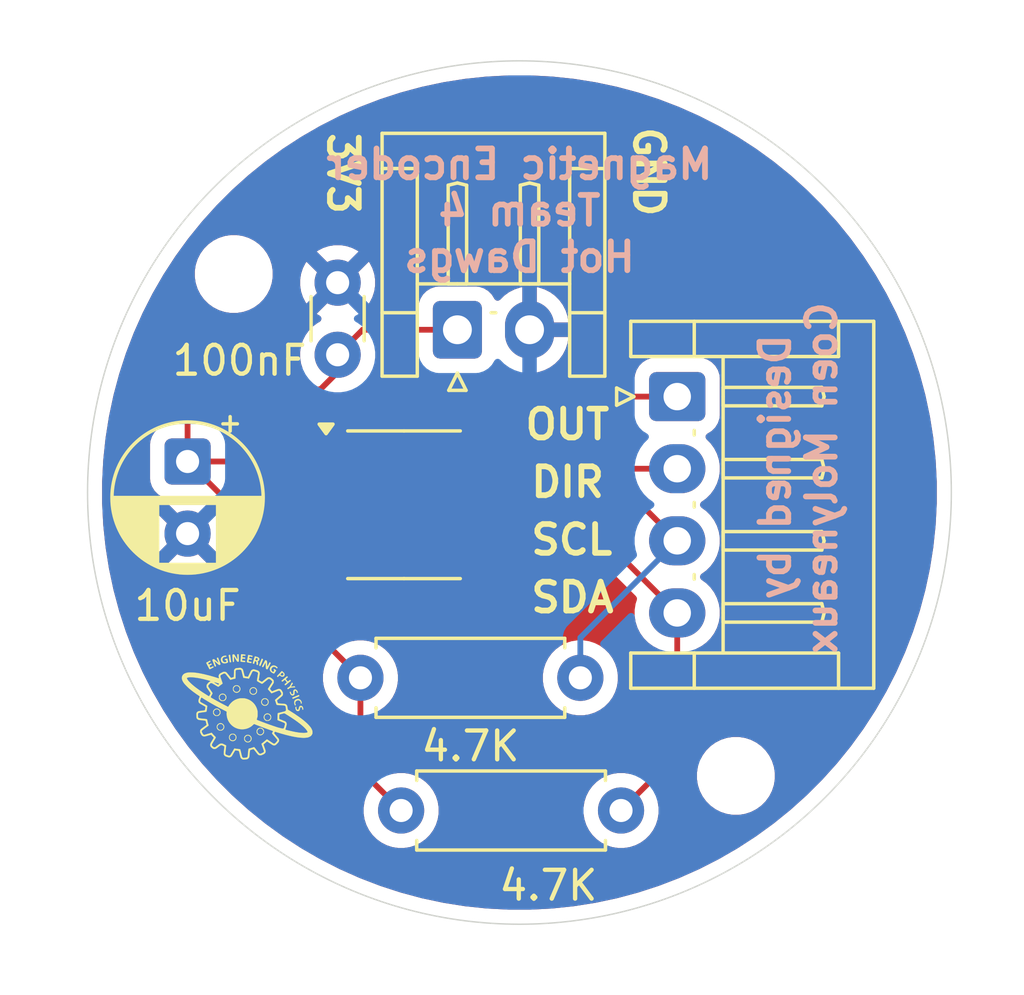
<source format=kicad_pcb>
(kicad_pcb (version 20241229) (generator "pcbnew") (generator_version "9.0")
  (layers (0 "F.Cu" signal) (2 "B.Cu" signal) (13 "F.Paste" user) (15 "B.Paste" user) (5 "F.SilkS" user "F.Silkscreen") (7 "B.SilkS" user "B.Silkscreen") (1 "F.Mask" user) (3 "B.Mask" user) (25 "Edge.Cuts" user))
  (net 0 "")
  (net 1 "GND")
  (net 2 "+3.3V")
  (net 3 "Net-(J2-Pin_2)")
  (net 4 "Net-(J2-Pin_3)")
  (net 5 "Net-(J2-Pin_4)")
  (net 6 "Net-(J2-Pin_1)")
  (footprint "Package_SO:SOIC-8_3.9x4.9mm_P1.27mm" (layer "F.Cu") (at 125.007402 38)
    (property "Reference" "U1" (hide yes))
    (property "Value" "~" (hide yes))
    (pad "1" smd roundrect (at -2.475 -1.905) (size 1.95 0.6) (layers "F.Cu" "F.Mask" "F.Paste") (net 2 "+3.3V"))
    (pad "2" smd roundrect (at -2.475 -0.635) (size 1.95 0.6) (layers "F.Cu" "F.Mask" "F.Paste") (net 2 "+3.3V"))
    (pad "3" smd roundrect (at -2.475 0.635) (size 1.95 0.6) (layers "F.Cu" "F.Mask" "F.Paste") (net 6 "Net-(J2-Pin_1)"))
    (pad "4" smd roundrect (at -2.475 1.905) (size 1.95 0.6) (layers "F.Cu" "F.Mask" "F.Paste") (net 1 "GND"))
    (pad "5" smd roundrect (at 2.475 1.905) (size 1.95 0.6) (layers "F.Cu" "F.Mask" "F.Paste") (net 1 "GND"))
    (pad "6" smd roundrect (at 2.475 0.635) (size 1.95 0.6) (layers "F.Cu" "F.Mask" "F.Paste") (net 5 "Net-(J2-Pin_4)"))
    (pad "7" smd roundrect (at 2.475 -0.635) (size 1.95 0.6) (layers "F.Cu" "F.Mask" "F.Paste") (net 4 "Net-(J2-Pin_3)"))
    (pad "8" smd roundrect (at 2.475 -1.905) (size 1.95 0.6) (layers "F.Cu" "F.Mask" "F.Paste") (net 3 "Net-(J2-Pin_2)"))
  )
  (footprint "lib_luca:fizz-logo" (layer "F.Cu") (at 119.507402 45)
    (property "Reference" "G***" (hide yes))
    (property "Value" "LOGO" (hide yes))
  )
  (footprint "Resistor_THT:R_Axial_DIN0207_L6.3mm_D2.5mm_P7.62mm_Horizontal" (layer "F.Cu") (at 124.907402 48.6)
    (property "Reference" "R1" (hide yes))
    (property "Value" "4.7K" (at 5.1 2.6 0) (layer "F.SilkS"))
    (pad "1" thru_hole circle (at 0 0) (size 1.6 1.6) (drill 0.8) (layers "*.Cu" "*.Mask") (net 2 "+3.3V"))
    (pad "2" thru_hole circle (at 7.62 0) (size 1.6 1.6) (drill 0.8) (layers "*.Cu" "*.Mask") (net 5 "Net-(J2-Pin_4)"))
  )
  (footprint "Connector_JST:JST_EH_S4B-EH_1x04_P2.50mm_Horizontal" (layer "F.Cu") (at 134.474902 34.25 -90)
    (property "Reference" "J2" (hide yes))
    (property "Value" "Conn_01x04_Pin" (hide yes))
    (pad "1" thru_hole roundrect (at 0 0 270) (size 1.7 1.95) (drill 0.95) (layers "*.Cu" "*.Mask") (roundrect_rratio 0.147059) (net 6 "Net-(J2-Pin_1)"))
    (pad "2" thru_hole oval (at 2.5 0 270) (size 1.7 1.95) (drill 0.95) (layers "*.Cu" "*.Mask") (net 3 "Net-(J2-Pin_2)"))
    (pad "3" thru_hole oval (at 5 0 270) (size 1.7 1.95) (drill 0.95) (layers "*.Cu" "*.Mask") (net 4 "Net-(J2-Pin_3)"))
    (pad "4" thru_hole oval (at 7.5 0 270) (size 1.7 1.95) (drill 0.95) (layers "*.Cu" "*.Mask") (net 5 "Net-(J2-Pin_4)"))
  )
  (footprint "Resistor_THT:R_Axial_DIN0207_L6.3mm_D2.5mm_P7.62mm_Horizontal" (layer "F.Cu") (at 123.497402 44)
    (property "Reference" "R2" (hide yes))
    (property "Value" "4.7K" (at 3.81 2.37 0) (layer "F.SilkS"))
    (pad "1" thru_hole circle (at 0 0) (size 1.6 1.6) (drill 0.8) (layers "*.Cu" "*.Mask") (net 2 "+3.3V"))
    (pad "2" thru_hole circle (at 7.62 0) (size 1.6 1.6) (drill 0.8) (layers "*.Cu" "*.Mask") (net 4 "Net-(J2-Pin_3)"))
  )
  (footprint "Capacitor_THT:C_Disc_D3.0mm_W1.6mm_P2.50mm" (layer "F.Cu") (at 122.707402 32.8 90)
    (property "Reference" "C1" (hide yes))
    (property "Value" "100nF" (at -0.2 -3.4 180) (layer "F.SilkS"))
    (pad "1" thru_hole circle (at 0 0 90) (size 1.6 1.6) (drill 0.8) (layers "*.Cu" "*.Mask") (net 2 "+3.3V"))
    (pad "2" thru_hole circle (at 2.5 0 90) (size 1.6 1.6) (drill 0.8) (layers "*.Cu" "*.Mask") (net 1 "GND"))
  )
  (footprint "Connector_JST:JST_EH_S2B-EH_1x02_P2.50mm_Horizontal" (layer "F.Cu") (at 126.857402 31.9325)
    (property "Reference" "J1" (hide yes))
    (property "Value" "Conn_01x02_Pin" (hide yes))
    (pad "1" thru_hole roundrect (at 0 0) (size 1.7 2) (drill 1) (layers "*.Cu" "*.Mask") (roundrect_rratio 0.147059) (net 2 "+3.3V"))
    (pad "2" thru_hole oval (at 2.5 0) (size 1.7 2) (drill 1) (layers "*.Cu" "*.Mask") (net 1 "GND"))
  )
  (footprint "Capacitor_THT:CP_Radial_D5.0mm_P2.50mm" (layer "F.Cu") (at 117.507402 36.5 -90)
    (property "Reference" "C2" (hide yes))
    (property "Value" "10uF" (at 5 0 180) (layer "F.SilkS"))
    (pad "1" thru_hole roundrect (at 0 0 270) (size 1.6 1.6) (drill 0.8) (layers "*.Cu" "*.Mask") (roundrect_rratio 0.15625) (net 2 "+3.3V"))
    (pad "2" thru_hole circle (at 2.5 0 270) (size 1.6 1.6) (drill 0.8) (layers "*.Cu" "*.Mask") (net 1 "GND"))
  )
  (footprint "MountingHole:MountingHole_2.2mm_M2" (layer "F.Cu") (at 119.107402 30)
    (property "Reference" "H3" (hide yes))
    (property "Value" "MountingHole" (hide yes))
    (pad "" np_thru_hole circle (at 0 0) (size 2.2 2.2) (drill 2.2) (layers "*.Cu" "*.Mask"))
  )
  (footprint "MountingHole:MountingHole_2.2mm_M2" (layer "F.Cu") (at 136.507402 47.4)
    (property "Reference" "H1" (hide yes))
    (property "Value" "MountingHole" (hide yes))
    (pad "" np_thru_hole circle (at 0 0) (size 2.2 2.2) (drill 2.2) (layers "*.Cu" "*.Mask"))
  )
  (gr_circle (center 129.007402 37.575929) (end 141.377987 46) (stroke (width 0.05)) (fill no) (layer "Edge.Cuts"))
  (gr_text "OUT" (at 129.107402 35.8 0) (layer "F.SilkS") (effects (font (size 1 1) (thickness 0.2) (bold yes)) (justify left bottom)))
  (gr_text "SDA" (at 129.307402 41.8 0) (layer "F.SilkS") (effects (font (size 1 1) (thickness 0.2) (bold yes)) (justify left bottom)))
  (gr_text "3V3" (at 122.307402 25 270) (layer "F.SilkS") (effects (font (size 1 1) (thickness 0.2) (bold yes)) (justify left bottom)))
  (gr_text "GND" (at 132.907402 24.8 270) (layer "F.SilkS") (effects (font (size 1 1) (thickness 0.2) (bold yes)) (justify left bottom)))
  (gr_text "DIR" (at 129.307402 37.8 0) (layer "F.SilkS") (effects (font (size 1 1) (thickness 0.2) (bold yes)) (justify left bottom)))
  (gr_text "SCL" (at 129.307402 39.8 0) (layer "F.SilkS") (effects (font (size 1 1) (thickness 0.2) (bold yes)) (justify left bottom)))
  (gr_text "Designed by \nCoen Molyneaux" (at 140.064902 37.07 90) (layer "B.SilkS") (effects (font (size 1 1) (thickness 0.2) (bold yes)) (justify bottom mirror)))
  (gr_text "Magnetic Encoder\nTeam 4\nHot Dawgs" (at 129.007402 30 0) (layer "B.SilkS") (effects (font (size 1 1) (thickness 0.2) (bold yes)) (justify bottom mirror)))
  (segment (start 123.102402 36.095) (end 122.532402 36.095) (width 0.2) (layer "F.Cu") (net 2))
  (segment (start 122.532402 36.095) (end 122.532402 37.365) (width 0.2) (layer "F.Cu") (net 2))
  (segment (start 122.707402 32.8) (end 122.707402 33.4) (width 0.2) (layer "F.Cu") (net 2))
  (segment (start 120.507402 41.01) (end 123.497402 44) (width 0.2) (layer "F.Cu") (net 2))
  (segment (start 117.507402 36.5) (end 119.507402 36.5) (width 0.2) (layer "F.Cu") (net 2))
  (segment (start 119.912402 36.095) (end 122.532402 36.095) (width 0.2) (layer "F.Cu") (net 2))
  (segment (start 122.107402 34) (end 118.507402 34) (width 0.2) (layer "F.Cu") (net 2))
  (segment (start 123.574902 31.9325) (end 122.707402 32.8) (width 0.2) (layer "F.Cu") (net 2))
  (segment (start 120.507402 39.5) (end 120.507402 41.01) (width 0.2) (layer "F.Cu") (net 2))
  (segment (start 119.507402 36.5) (end 119.912402 36.095) (width 0.2) (layer "F.Cu") (net 2))
  (segment (start 117.507402 36.5) (end 120.507402 39.5) (width 0.2) (layer "F.Cu") (net 2))
  (segment (start 126.857402 31.9325) (end 123.574902 31.9325) (width 0.2) (layer "F.Cu") (net 2))
  (segment (start 123.497402 47.19) (end 124.907402 48.6) (width 0.2) (layer "F.Cu") (net 2))
  (segment (start 118.507402 34) (end 117.507402 35) (width 0.2) (layer "F.Cu") (net 2))
  (segment (start 123.497402 44) (end 123.497402 47.19) (width 0.2) (layer "F.Cu") (net 2))
  (segment (start 117.507402 35) (end 117.507402 36.5) (width 0.2) (layer "F.Cu") (net 2))
  (segment (start 122.707402 33.4) (end 122.107402 34) (width 0.2) (layer "F.Cu") (net 2))
  (segment (start 130.63 36.75) (end 129.975 36.095) (width 0.2) (layer "F.Cu") (net 3))
  (segment (start 129.975 36.095) (end 127.482402 36.095) (width 0.2) (layer "F.Cu") (net 3))
  (segment (start 134.474902 36.75) (end 130.63 36.75) (width 0.2) (layer "F.Cu") (net 3))
  (segment (start 132.589902 37.365) (end 127.482402 37.365) (width 0.2) (layer "F.Cu") (net 4))
  (segment (start 134.377402 39.25) (end 134.474902 39.25) (width 0.2) (layer "F.Cu") (net 4))
  (segment (start 134.474902 39.25) (end 132.589902 37.365) (width 0.2) (layer "F.Cu") (net 4))
  (segment (start 134.474902 39.25) (end 131.117402 42.6075) (width 0.2) (layer "B.Cu") (net 4))
  (segment (start 134.377402 39.25) (end 134.474902 39.25) (width 0.2) (layer "B.Cu") (net 4))
  (segment (start 131.117402 42.6075) (end 131.117402 44) (width 0.2) (layer "B.Cu") (net 4))
  (segment (start 131.359902 38.635) (end 127.482402 38.635) (width 0.2) (layer "F.Cu") (net 5))
  (segment (start 134.474902 41.75) (end 131.359902 38.635) (width 0.2) (layer "F.Cu") (net 5))
  (segment (start 134.474902 41.75) (end 134.474902 46.6525) (width 0.2) (layer "F.Cu") (net 5))
  (segment (start 134.474902 46.6525) (end 132.527402 48.6) (width 0.2) (layer "F.Cu") (net 5))
  (segment (start 122.532402 38.635) (end 124.372402 38.635) (width 0.2) (layer "F.Cu") (net 6))
  (segment (start 125.007402 36) (end 126.757402 34.25) (width 0.2) (layer "F.Cu") (net 6))
  (segment (start 124.372402 38.635) (end 125.007402 38) (width 0.2) (layer "F.Cu") (net 6))
  (segment (start 125.007402 38) (end 125.007402 36) (width 0.2) (layer "F.Cu") (net 6))
  (segment (start 126.757402 34.25) (end 134.474902 34.25) (width 0.2) (layer "F.Cu") (net 6))
  (zone (net 1) (net_name "GND") (layers "F.Cu" "B.Cu") (connect_pads (clearance 0.5)) (min_thickness 0.25) (fill yes (thermal_gap 0.5) (thermal_bridge_width 0.5))
    (polygon (pts (xy 111.007402 20.5) (xy 146.507402 20.5) (xy 146.507402 55) (xy 111.007402 55)))
  )
)
</source>
